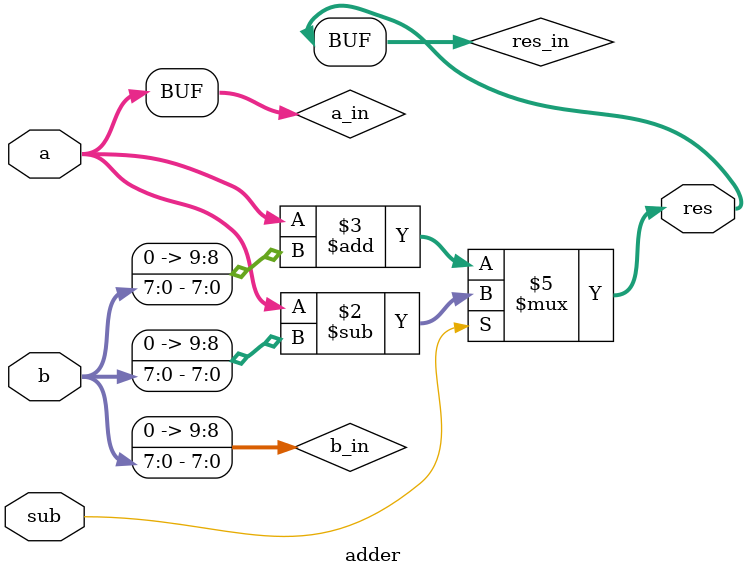
<source format=v>

module adder(
    input [9:0] a,
    input [7:0] b,
    input sub,
    output [9:0] res
    );
    reg [9:0] a_in;
    reg [9:0] b_in;
    reg [9:0] res_in;
    assign res = res_in;
    always @* begin
        a_in = a;
        b_in = {2'b0, b};
        if (sub)
            res_in = a_in - b_in;
        else 
            res_in = a_in + b_in;
    end
endmodule
</source>
